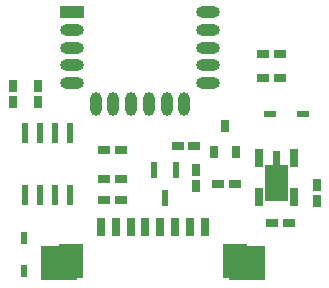
<source format=gtp>
%FSTAX23Y23*%
%MOIN*%
%SFA1B1*%

%IPPOS*%
%AMD16*
4,1,8,0.011600,-0.029800,0.011600,0.029800,0.008700,0.032700,-0.008700,0.032700,-0.011600,0.029800,-0.011600,-0.029800,-0.008700,-0.032700,0.008700,-0.032700,0.011600,-0.029800,0.0*
1,1,0.005800,0.008700,-0.029800*
1,1,0.005800,0.008700,0.029800*
1,1,0.005800,-0.008700,0.029800*
1,1,0.005800,-0.008700,-0.029800*
%
%AMD20*
4,1,8,-0.012000,0.018500,-0.012000,-0.018500,-0.009000,-0.021500,0.009000,-0.021500,0.012000,-0.018500,0.012000,0.018500,0.009000,0.021500,-0.009000,0.021500,-0.012000,0.018500,0.0*
1,1,0.006000,-0.009000,0.018500*
1,1,0.006000,-0.009000,-0.018500*
1,1,0.006000,0.009000,-0.018500*
1,1,0.006000,0.009000,0.018500*
%
%ADD10R,0.041340X0.023620*%
%ADD11R,0.039370X0.031500*%
%ADD13O,0.078740X0.039370*%
%ADD14C,0.060000*%
%ADD15R,0.026770X0.059060*%
G04~CAMADD=16~8~0.0~0.0~653.5~232.3~29.0~0.0~15~0.0~0.0~0.0~0.0~0~0.0~0.0~0.0~0.0~0~0.0~0.0~0.0~270.0~233.0~654.0*
%ADD16D16*%
%ADD17R,0.031500X0.039370*%
%ADD18O,0.039370X0.078740*%
%ADD19R,0.078740X0.039370*%
G04~CAMADD=20~8~0.0~0.0~429.1~240.2~30.0~0.0~15~0.0~0.0~0.0~0.0~0~0.0~0.0~0.0~0.0~0~0.0~0.0~0.0~90.0~242.0~429.0*
%ADD20D20*%
%ADD21R,0.023620X0.057090*%
%ADD22R,0.023620X0.041340*%
%ADD23R,0.122050X0.118110*%
%ADD24R,0.031500X0.062990*%
%ADD25R,0.082680X0.118110*%
%LNsrt-wren-25-22-v103-1*%
%LPD*%
G36*
X01053Y00435D02*
X01078D01*
Y00315*
X01002*
Y00435*
X01027*
Y00482*
X01053*
Y00435*
G37*
G54D10*
X01019Y00605D03*
X01129D03*
G54D11*
X00845Y0037D03*
X009D03*
X00765Y00499D03*
X0071D03*
X00995Y00804D03*
X0105D03*
Y00724D03*
X00995D03*
X00465Y00389D03*
X0052D03*
X00465Y00319D03*
X0052D03*
X00465Y00484D03*
X0052D03*
X01025Y00241D03*
X0108D03*
G54D13*
X00811Y00707D03*
Y00766D03*
Y00825D03*
Y00884D03*
Y00943D03*
X00359Y00707D03*
Y00766D03*
Y00825D03*
Y00884D03*
G54D14*
X0104Y00382D03*
G54D15*
X01099Y00459D03*
X00981D03*
Y00329D03*
X01099D03*
G54D16*
X0035Y00542D03*
X003D03*
X0025D03*
X002D03*
Y00335D03*
X0025D03*
X003D03*
X0035D03*
G54D17*
X00245Y00699D03*
Y00644D03*
X01175Y00369D03*
Y00314D03*
X0016Y00699D03*
Y00644D03*
X0077Y00419D03*
Y00364D03*
G54D18*
X00733Y00638D03*
X00674D03*
X00615D03*
X00556D03*
X00496D03*
X00437D03*
G54D19*
X00359Y00943D03*
G54D20*
X00867Y00563D03*
X00904Y00478D03*
X00831D03*
G54D21*
X00668Y00324D03*
X0063Y00417D03*
X00705D03*
G54D22*
X00198Y00192D03*
Y00082D03*
G54D23*
X0094Y00106D03*
X00315D03*
G54D24*
X00554Y00229D03*
X00603D03*
X00504D03*
X00455D03*
X00652D03*
X00701D03*
X0075D03*
X008D03*
G54D25*
X00355Y00115D03*
X009D03*
M02*
</source>
